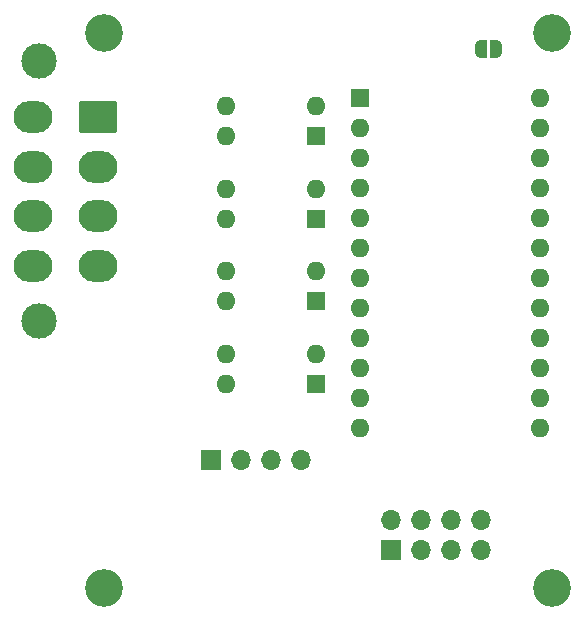
<source format=gbr>
%TF.GenerationSoftware,KiCad,Pcbnew,(6.0.9)*%
%TF.CreationDate,2023-03-29T13:56:58-08:00*%
%TF.ProjectId,ABSIS_Pit Management System,41425349-535f-4506-9974-204d616e6167,1*%
%TF.SameCoordinates,Original*%
%TF.FileFunction,Soldermask,Top*%
%TF.FilePolarity,Negative*%
%FSLAX46Y46*%
G04 Gerber Fmt 4.6, Leading zero omitted, Abs format (unit mm)*
G04 Created by KiCad (PCBNEW (6.0.9)) date 2023-03-29 13:56:58*
%MOMM*%
%LPD*%
G01*
G04 APERTURE LIST*
G04 Aperture macros list*
%AMRoundRect*
0 Rectangle with rounded corners*
0 $1 Rounding radius*
0 $2 $3 $4 $5 $6 $7 $8 $9 X,Y pos of 4 corners*
0 Add a 4 corners polygon primitive as box body*
4,1,4,$2,$3,$4,$5,$6,$7,$8,$9,$2,$3,0*
0 Add four circle primitives for the rounded corners*
1,1,$1+$1,$2,$3*
1,1,$1+$1,$4,$5*
1,1,$1+$1,$6,$7*
1,1,$1+$1,$8,$9*
0 Add four rect primitives between the rounded corners*
20,1,$1+$1,$2,$3,$4,$5,0*
20,1,$1+$1,$4,$5,$6,$7,0*
20,1,$1+$1,$6,$7,$8,$9,0*
20,1,$1+$1,$8,$9,$2,$3,0*%
%AMFreePoly0*
4,1,22,0.500000,-0.750000,0.000000,-0.750000,0.000000,-0.745033,-0.079941,-0.743568,-0.215256,-0.701293,-0.333266,-0.622738,-0.424486,-0.514219,-0.481581,-0.384460,-0.499164,-0.250000,-0.500000,-0.250000,-0.500000,0.250000,-0.499164,0.250000,-0.499963,0.256109,-0.478152,0.396186,-0.417904,0.524511,-0.324060,0.630769,-0.204165,0.706417,-0.067858,0.745374,0.000000,0.744959,0.000000,0.750000,
0.500000,0.750000,0.500000,-0.750000,0.500000,-0.750000,$1*%
%AMFreePoly1*
4,1,20,0.000000,0.744959,0.073905,0.744508,0.209726,0.703889,0.328688,0.626782,0.421226,0.519385,0.479903,0.390333,0.500000,0.250000,0.500000,-0.250000,0.499851,-0.262216,0.476331,-0.402017,0.414519,-0.529596,0.319384,-0.634700,0.198574,-0.708877,0.061801,-0.746166,0.000000,-0.745033,0.000000,-0.750000,-0.500000,-0.750000,-0.500000,0.750000,0.000000,0.750000,0.000000,0.744959,
0.000000,0.744959,$1*%
G04 Aperture macros list end*
%ADD10FreePoly0,180.000000*%
%ADD11FreePoly1,180.000000*%
%ADD12R,1.700000X1.700000*%
%ADD13O,1.700000X1.700000*%
%ADD14C,3.200000*%
%ADD15R,1.600000X1.600000*%
%ADD16O,1.600000X1.600000*%
%ADD17C,3.000000*%
%ADD18RoundRect,0.250001X-1.399999X1.099999X-1.399999X-1.099999X1.399999X-1.099999X1.399999X1.099999X0*%
%ADD19O,3.300000X2.700000*%
G04 APERTURE END LIST*
D10*
%TO.C,RST1*%
X47005000Y47625000D03*
D11*
X45705000Y47625000D03*
%TD*%
D12*
%TO.C,J2*%
X38100000Y5280000D03*
D13*
X38100000Y7820000D03*
X40640000Y5280000D03*
X40640000Y7820000D03*
X43180000Y5280000D03*
X43180000Y7820000D03*
X45720000Y5280000D03*
X45720000Y7820000D03*
%TD*%
D14*
%TO.C,H2*%
X51780000Y49000000D03*
%TD*%
%TO.C,H4*%
X51780000Y2000000D03*
%TD*%
%TO.C,H1*%
X13780000Y49000000D03*
%TD*%
%TO.C,H3*%
X13780000Y2000000D03*
%TD*%
D15*
%TO.C,XU1*%
X35517600Y43486800D03*
D16*
X35517600Y40946800D03*
X35517600Y38406800D03*
X35517600Y35866800D03*
X35517600Y33326800D03*
X35517600Y30786800D03*
X35517600Y28246800D03*
X35517600Y25706800D03*
X35517600Y23166800D03*
X35517600Y20626800D03*
X35517600Y18086800D03*
X35517600Y15546800D03*
X50757600Y15546800D03*
X50757600Y18086800D03*
X50757600Y20626800D03*
X50757600Y23166800D03*
X50757600Y25706800D03*
X50757600Y28246800D03*
X50757600Y30786800D03*
X50757600Y33326800D03*
X50757600Y35866800D03*
X50757600Y38406800D03*
X50757600Y40946800D03*
X50757600Y43486800D03*
%TD*%
D12*
%TO.C,J1*%
X22860000Y12900000D03*
D13*
X25400000Y12900000D03*
X27940000Y12900000D03*
X30480000Y12900000D03*
%TD*%
D15*
%TO.C,U1*%
X31750000Y40259000D03*
D16*
X31750000Y42799000D03*
X24130000Y42799000D03*
X24130000Y40259000D03*
%TD*%
D15*
%TO.C,U2*%
X31750000Y33274000D03*
D16*
X31750000Y35814000D03*
X24130000Y35814000D03*
X24130000Y33274000D03*
%TD*%
D15*
%TO.C,U4*%
X31750000Y19304000D03*
D16*
X31750000Y21844000D03*
X24130000Y21844000D03*
X24130000Y19304000D03*
%TD*%
D15*
%TO.C,U3*%
X31750000Y26289000D03*
D16*
X31750000Y28829000D03*
X24130000Y28829000D03*
X24130000Y26289000D03*
%TD*%
D17*
%TO.C,J3*%
X8295000Y24610000D03*
X8295000Y46610000D03*
D18*
X13335000Y41910000D03*
D19*
X13335000Y37710000D03*
X13335000Y33510000D03*
X13335000Y29310000D03*
X7835000Y41910000D03*
X7835000Y37710000D03*
X7835000Y33510000D03*
X7835000Y29310000D03*
%TD*%
M02*

</source>
